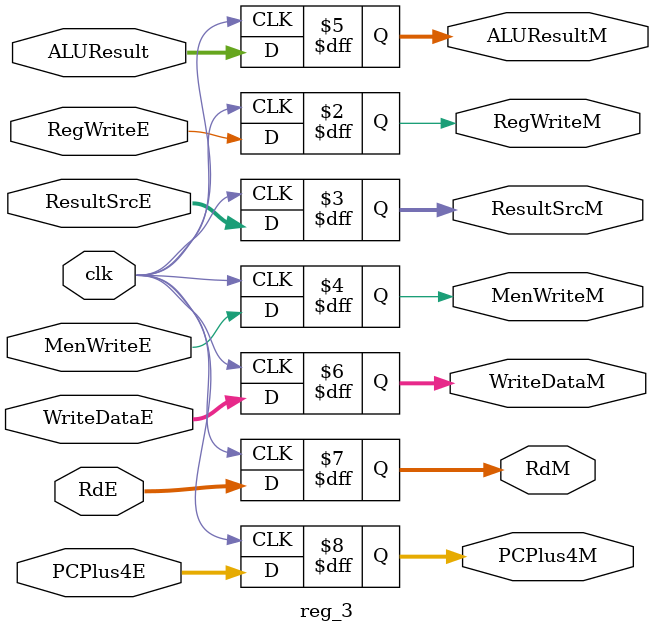
<source format=sv>
module reg_3 # (
    parameter 
            Address_Width = 5, //32 registers so address size is 5 bits
            Data_Width = 32 //32-bit data
)(
    input logic         clk,
    input logic         RegWriteE,
    input logic [1:0]   ResultSrcE,
    input logic         MenWriteE,
    input logic [Address_Width-1:0] ALUResult,
    input logic [Data_Width-1:0]    WriteDataE,
    input logic [4:0]               RdE,
    input logic [Address_Width-1:0] PCPlus4E,

    output logic        RegWriteM,
    output logic [1:0]  ResultSrcM,
    output logic        MenWriteM,
    output logic [Address_Width-1:0] ALUResultM,
    output logic [Data_Width-1:0]    WriteDataM,
    output logic [4:0]               RdM,
    output logic  [Address_Width-1:0]PCPlus4M
);

always_ff @(posedge clk) begin
    RegWriteM <= RegWriteE;
    ResultSrcM <= ResultSrcE;
    MenWriteM <= MenWriteE;
    ALUResultM <= ALUResult;
    WriteDataM <= WriteDataE;
    RdM <= RdE;
    PCPlus4M <= PCPlus4E;
end


endmodule
</source>
